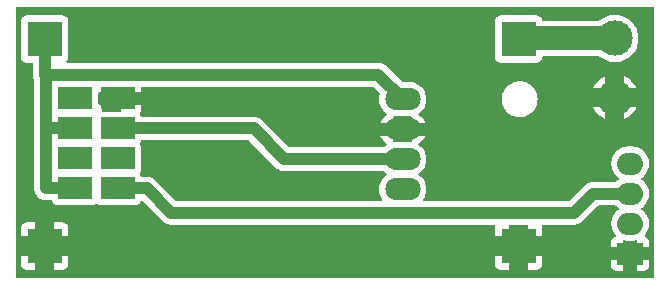
<source format=gtl>
G04 Layer: TopLayer*
G04 EasyEDA v6.5.38, 2023-11-23 17:22:46*
G04 1afb102ce3c94d729b8c5533a6be374a,15c74d7bfa284007874df21313af148a,10*
G04 Gerber Generator version 0.2*
G04 Scale: 100 percent, Rotated: No, Reflected: No *
G04 Dimensions in millimeters *
G04 leading zeros omitted , absolute positions ,4 integer and 5 decimal *
%FSLAX45Y45*%
%MOMM*%

%AMMACRO1*4,1,4,1.45,-0.9,-1.45,-0.9,-1.45,0.9,1.45,0.9,1.45,-0.9,0*%
%ADD10C,1.0000*%
%ADD11C,2.0000*%
%ADD12R,3.0000X3.0000*%
%ADD13R,2.2000X1.9000*%
%ADD14O,2.1999956000000003X1.8999962*%
%ADD15C,3.0000*%
%ADD16MACRO1*%
%ADD17O,2.999994X1.8999962*%
%ADD18O,0.0198X1.8999962*%

%LPD*%
G36*
X60655Y50495D02*
G01*
X56743Y51257D01*
X53492Y53492D01*
X51257Y56743D01*
X50495Y60655D01*
X50495Y2339390D01*
X51257Y2343302D01*
X53492Y2346553D01*
X56743Y2348788D01*
X60655Y2349550D01*
X5439308Y2349500D01*
X5443220Y2348738D01*
X5446522Y2346553D01*
X5448706Y2343251D01*
X5449468Y2339340D01*
X5449468Y60655D01*
X5448706Y56743D01*
X5446522Y53492D01*
X5443220Y51257D01*
X5439308Y50495D01*
G37*

%LPC*%
G36*
X5311343Y113487D02*
G01*
X5359552Y113487D01*
X5368747Y114300D01*
X5377230Y116585D01*
X5385206Y120294D01*
X5392420Y125374D01*
X5398617Y131572D01*
X5403697Y138785D01*
X5407406Y146761D01*
X5409692Y155244D01*
X5410454Y164439D01*
X5410454Y205130D01*
X5311343Y205130D01*
G37*
G36*
X5140401Y113487D02*
G01*
X5188610Y113487D01*
X5188610Y205130D01*
X5089499Y205130D01*
X5089499Y164439D01*
X5090312Y155244D01*
X5092547Y146761D01*
X5096306Y138785D01*
X5101336Y131572D01*
X5107533Y125374D01*
X5114747Y120294D01*
X5122722Y116585D01*
X5131206Y114300D01*
G37*
G36*
X374751Y123189D02*
G01*
X442925Y123189D01*
X452120Y124002D01*
X460654Y126288D01*
X468630Y129997D01*
X475792Y135026D01*
X482041Y141274D01*
X487070Y148488D01*
X490778Y156464D01*
X493064Y164947D01*
X493877Y174142D01*
X493877Y242366D01*
X374751Y242366D01*
G37*
G36*
X143814Y123189D02*
G01*
X212039Y123189D01*
X212039Y242366D01*
X92862Y242366D01*
X92862Y174142D01*
X93675Y164947D01*
X95961Y156464D01*
X99669Y148488D01*
X104749Y141274D01*
X110947Y135026D01*
X118160Y129997D01*
X126136Y126288D01*
X134620Y124002D01*
G37*
G36*
X4157014Y123189D02*
G01*
X4225239Y123189D01*
X4225239Y242366D01*
X4106062Y242366D01*
X4106062Y174142D01*
X4106875Y164947D01*
X4109161Y156464D01*
X4112869Y148488D01*
X4117949Y141274D01*
X4124147Y135026D01*
X4131360Y129997D01*
X4139336Y126288D01*
X4147820Y124002D01*
G37*
G36*
X4387951Y123189D02*
G01*
X4456125Y123189D01*
X4465320Y124002D01*
X4473854Y126288D01*
X4481830Y129997D01*
X4488992Y135026D01*
X4495241Y141274D01*
X4500270Y148488D01*
X4503978Y156464D01*
X4506264Y164947D01*
X4507077Y174142D01*
X4507077Y242366D01*
X4387951Y242366D01*
G37*
G36*
X5089499Y312826D02*
G01*
X5188610Y312826D01*
X5188610Y361696D01*
X5189321Y365353D01*
X5191302Y368554D01*
X5194300Y370789D01*
X5197856Y371805D01*
X5218684Y368452D01*
X5235244Y367487D01*
X5264708Y367487D01*
X5281269Y368452D01*
X5302097Y371805D01*
X5305704Y370789D01*
X5308650Y368554D01*
X5310632Y365353D01*
X5311343Y361696D01*
X5311343Y312826D01*
X5410454Y312826D01*
X5410454Y353568D01*
X5409692Y362762D01*
X5407406Y371246D01*
X5403697Y379222D01*
X5398617Y386435D01*
X5392420Y392633D01*
X5385206Y397713D01*
X5377484Y401269D01*
X5374436Y403504D01*
X5372404Y406654D01*
X5371642Y410311D01*
X5372303Y414020D01*
X5374233Y417271D01*
X5378704Y422300D01*
X5388152Y435609D01*
X5396026Y449884D01*
X5402275Y464972D01*
X5406796Y480618D01*
X5409539Y496722D01*
X5410454Y512978D01*
X5409539Y529285D01*
X5406796Y545388D01*
X5402275Y561035D01*
X5396026Y576122D01*
X5388152Y590397D01*
X5378704Y603707D01*
X5367832Y615848D01*
X5355691Y626719D01*
X5348681Y631698D01*
X5345988Y634492D01*
X5344566Y638098D01*
X5344566Y641908D01*
X5345988Y645515D01*
X5348681Y648309D01*
X5355691Y653237D01*
X5367832Y664108D01*
X5378704Y676300D01*
X5388152Y689610D01*
X5396026Y703884D01*
X5402275Y718972D01*
X5406796Y734618D01*
X5409539Y750722D01*
X5410454Y766978D01*
X5409539Y783285D01*
X5406796Y799388D01*
X5402275Y815035D01*
X5396026Y830122D01*
X5388152Y844397D01*
X5378704Y857707D01*
X5367832Y869848D01*
X5355691Y880719D01*
X5348681Y885698D01*
X5345988Y888492D01*
X5344566Y892098D01*
X5344566Y895908D01*
X5345988Y899515D01*
X5348681Y902309D01*
X5355691Y907237D01*
X5367832Y918108D01*
X5378704Y930300D01*
X5388152Y943610D01*
X5396026Y957884D01*
X5402275Y972972D01*
X5406796Y988618D01*
X5409539Y1004722D01*
X5410454Y1020978D01*
X5409539Y1037285D01*
X5406796Y1053388D01*
X5402275Y1069035D01*
X5396026Y1084122D01*
X5388152Y1098397D01*
X5378704Y1111707D01*
X5367832Y1123848D01*
X5355691Y1134719D01*
X5342382Y1144168D01*
X5328107Y1152093D01*
X5313019Y1158341D01*
X5297373Y1162812D01*
X5281269Y1165555D01*
X5264708Y1166520D01*
X5235244Y1166520D01*
X5218684Y1165555D01*
X5202631Y1162812D01*
X5186934Y1158341D01*
X5171846Y1152093D01*
X5157571Y1144168D01*
X5144262Y1134719D01*
X5132120Y1123848D01*
X5121249Y1111707D01*
X5111800Y1098397D01*
X5103926Y1084122D01*
X5097678Y1069035D01*
X5093157Y1053388D01*
X5090414Y1037285D01*
X5089499Y1020978D01*
X5090414Y1004722D01*
X5093157Y988618D01*
X5097678Y972972D01*
X5103926Y957884D01*
X5111800Y943610D01*
X5121249Y930300D01*
X5132120Y918108D01*
X5144262Y907237D01*
X5151272Y902309D01*
X5153964Y899515D01*
X5155387Y895908D01*
X5155387Y892098D01*
X5153964Y888492D01*
X5151272Y885698D01*
X5144262Y880719D01*
X5132425Y870153D01*
X5129276Y868222D01*
X5125669Y867562D01*
X4937353Y867562D01*
X4923891Y866698D01*
X4910988Y864108D01*
X4898542Y859891D01*
X4886756Y854100D01*
X4875834Y846785D01*
X4865725Y837895D01*
X4734763Y706983D01*
X4731461Y704748D01*
X4727600Y703986D01*
X3505809Y703986D01*
X3501491Y704951D01*
X3497986Y707644D01*
X3495954Y711555D01*
X3495801Y715975D01*
X3497478Y720039D01*
X3502151Y726592D01*
X3510026Y740867D01*
X3516274Y755954D01*
X3520795Y771652D01*
X3523538Y787704D01*
X3524453Y804011D01*
X3523538Y820267D01*
X3520795Y836371D01*
X3516274Y852068D01*
X3510026Y867105D01*
X3502151Y881380D01*
X3492703Y894689D01*
X3481832Y906881D01*
X3469690Y917752D01*
X3462680Y922731D01*
X3459987Y925474D01*
X3458565Y929081D01*
X3458565Y932942D01*
X3459987Y936498D01*
X3462680Y939292D01*
X3469690Y944270D01*
X3481832Y955141D01*
X3492703Y967282D01*
X3502151Y980592D01*
X3510026Y994867D01*
X3516274Y1009954D01*
X3520795Y1025652D01*
X3523538Y1041704D01*
X3524453Y1058011D01*
X3523538Y1074267D01*
X3520795Y1090371D01*
X3516274Y1106068D01*
X3510026Y1121105D01*
X3502151Y1135380D01*
X3492703Y1148689D01*
X3481832Y1160881D01*
X3469690Y1171752D01*
X3462680Y1176731D01*
X3459987Y1179474D01*
X3458565Y1183081D01*
X3458565Y1186942D01*
X3459987Y1190498D01*
X3462680Y1193292D01*
X3469690Y1198270D01*
X3481832Y1209141D01*
X3492703Y1221282D01*
X3502151Y1234592D01*
X3510026Y1248867D01*
X3513886Y1258163D01*
X3405327Y1258163D01*
X3405327Y1212748D01*
X3404514Y1208735D01*
X3402126Y1205382D01*
X3398672Y1203198D01*
X3394608Y1202588D01*
X3378708Y1203502D01*
X3269284Y1203502D01*
X3253333Y1202588D01*
X3249320Y1203198D01*
X3245815Y1205382D01*
X3243478Y1208735D01*
X3242614Y1212748D01*
X3242614Y1258163D01*
X3134055Y1258163D01*
X3137916Y1248867D01*
X3145790Y1234592D01*
X3155238Y1221282D01*
X3166110Y1209141D01*
X3178251Y1198270D01*
X3185261Y1193292D01*
X3187954Y1190498D01*
X3189376Y1186942D01*
X3189376Y1183081D01*
X3187954Y1179474D01*
X3185261Y1176731D01*
X3178251Y1171752D01*
X3166364Y1161084D01*
X3163214Y1159154D01*
X3159607Y1158494D01*
X2369667Y1158494D01*
X2365806Y1159256D01*
X2362504Y1161491D01*
X2135174Y1388821D01*
X2125014Y1397711D01*
X2114092Y1405026D01*
X2102307Y1410817D01*
X2089861Y1415034D01*
X2076957Y1417624D01*
X2063546Y1418488D01*
X1116990Y1418488D01*
X1113231Y1419199D01*
X1110030Y1421282D01*
X1107795Y1424381D01*
X1103680Y1433220D01*
X1099515Y1439164D01*
X1097889Y1442923D01*
X1097889Y1447038D01*
X1099515Y1450848D01*
X1103680Y1456791D01*
X1107389Y1464767D01*
X1109675Y1473250D01*
X1110488Y1482445D01*
X1110488Y1520647D01*
X938834Y1520647D01*
X938834Y1468678D01*
X938072Y1464767D01*
X935837Y1461465D01*
X932535Y1459280D01*
X928674Y1458518D01*
X791311Y1458518D01*
X787400Y1459280D01*
X784098Y1461465D01*
X781913Y1464767D01*
X781151Y1468678D01*
X781151Y1520647D01*
X756615Y1520647D01*
X752754Y1521409D01*
X749452Y1523644D01*
X747268Y1526946D01*
X746455Y1530807D01*
X746455Y1613204D01*
X747268Y1617065D01*
X749452Y1620367D01*
X752754Y1622552D01*
X756615Y1623364D01*
X781151Y1623364D01*
X781151Y1662684D01*
X781913Y1666544D01*
X784098Y1669846D01*
X787400Y1672082D01*
X791311Y1672843D01*
X928674Y1672843D01*
X932535Y1672082D01*
X935837Y1669846D01*
X938072Y1666544D01*
X938834Y1662684D01*
X938834Y1623364D01*
X1110488Y1623364D01*
X1110437Y1661769D01*
X1110945Y1665935D01*
X1113078Y1669542D01*
X1116482Y1671980D01*
X1120597Y1672843D01*
X3070809Y1672843D01*
X3074720Y1672082D01*
X3078022Y1669846D01*
X3127908Y1619961D01*
X3129940Y1617014D01*
X3130854Y1613509D01*
X3130499Y1609953D01*
X3127146Y1598371D01*
X3124403Y1582267D01*
X3123488Y1566011D01*
X3124403Y1549704D01*
X3127146Y1533652D01*
X3131667Y1517954D01*
X3137916Y1502867D01*
X3145790Y1488592D01*
X3155238Y1475282D01*
X3166110Y1463141D01*
X3178251Y1452270D01*
X3185261Y1447292D01*
X3187954Y1444498D01*
X3189376Y1440942D01*
X3189376Y1437081D01*
X3187954Y1433474D01*
X3185261Y1430731D01*
X3178251Y1425752D01*
X3166110Y1414881D01*
X3155238Y1402689D01*
X3145790Y1389380D01*
X3137916Y1375105D01*
X3134055Y1365859D01*
X3242614Y1365859D01*
X3242614Y1411274D01*
X3243478Y1415288D01*
X3245815Y1418640D01*
X3249320Y1420774D01*
X3253333Y1421384D01*
X3269284Y1420520D01*
X3378708Y1420520D01*
X3394608Y1421384D01*
X3398672Y1420774D01*
X3402126Y1418640D01*
X3404514Y1415288D01*
X3405327Y1411274D01*
X3405327Y1365859D01*
X3513886Y1365859D01*
X3510026Y1375105D01*
X3502151Y1389380D01*
X3492703Y1402689D01*
X3481832Y1414881D01*
X3469690Y1425752D01*
X3462680Y1430731D01*
X3459987Y1433474D01*
X3458565Y1437081D01*
X3458565Y1440942D01*
X3459987Y1444498D01*
X3462680Y1447292D01*
X3469690Y1452270D01*
X3481832Y1463141D01*
X3492703Y1475282D01*
X3502151Y1488592D01*
X3510026Y1502867D01*
X3516274Y1517954D01*
X3520795Y1533652D01*
X3523538Y1549704D01*
X3524453Y1566011D01*
X3523538Y1582267D01*
X3520795Y1598371D01*
X3516274Y1614068D01*
X3510026Y1629105D01*
X3502151Y1643380D01*
X3492703Y1656689D01*
X3481832Y1668881D01*
X3469690Y1679752D01*
X3456381Y1689201D01*
X3442106Y1697075D01*
X3427018Y1703324D01*
X3411372Y1707845D01*
X3395268Y1710588D01*
X3378708Y1711502D01*
X3324809Y1711502D01*
X3320948Y1712264D01*
X3317646Y1714449D01*
X3187954Y1844141D01*
X3177844Y1853031D01*
X3166872Y1860346D01*
X3155086Y1866138D01*
X3142640Y1870354D01*
X3129788Y1872945D01*
X3116326Y1873808D01*
X486511Y1873808D01*
X482600Y1874570D01*
X479348Y1876806D01*
X477113Y1880107D01*
X476351Y1883968D01*
X477113Y1887880D01*
X479348Y1891182D01*
X482041Y1893874D01*
X487070Y1901088D01*
X490778Y1909064D01*
X493064Y1917547D01*
X493877Y1926742D01*
X493877Y2225852D01*
X493064Y2235047D01*
X490778Y2243582D01*
X487070Y2251506D01*
X482041Y2258720D01*
X475792Y2264968D01*
X468630Y2269998D01*
X460654Y2273706D01*
X452120Y2275992D01*
X442925Y2276805D01*
X143814Y2276805D01*
X134620Y2275992D01*
X126136Y2273706D01*
X118160Y2269998D01*
X110947Y2264968D01*
X104749Y2258720D01*
X99669Y2251506D01*
X95961Y2243582D01*
X93675Y2235047D01*
X92862Y2225852D01*
X92862Y1926742D01*
X93675Y1917547D01*
X95961Y1909064D01*
X99669Y1901088D01*
X104749Y1893874D01*
X110947Y1887626D01*
X118160Y1882597D01*
X126136Y1878888D01*
X134620Y1876602D01*
X143814Y1875789D01*
X182727Y1875789D01*
X186588Y1875028D01*
X189890Y1872843D01*
X192125Y1869541D01*
X192887Y1865630D01*
X192887Y1773783D01*
X193751Y1760321D01*
X196342Y1747418D01*
X200558Y1734972D01*
X204216Y1727504D01*
X205282Y1723034D01*
X205282Y810463D01*
X206146Y797001D01*
X208737Y784148D01*
X212953Y771702D01*
X218744Y759917D01*
X226060Y748944D01*
X234746Y739089D01*
X244754Y730300D01*
X255676Y722985D01*
X267462Y717194D01*
X279908Y712978D01*
X292760Y710387D01*
X306222Y709523D01*
X348945Y709523D01*
X352704Y708812D01*
X355955Y706729D01*
X358190Y703630D01*
X362305Y694740D01*
X367334Y687578D01*
X373532Y681329D01*
X380746Y676300D01*
X388721Y672592D01*
X397205Y670306D01*
X406400Y669493D01*
X695553Y669493D01*
X704748Y670306D01*
X713232Y672592D01*
X721207Y676300D01*
X727151Y680466D01*
X730910Y682091D01*
X735025Y682091D01*
X738784Y680466D01*
X744728Y676300D01*
X752703Y672592D01*
X761238Y670306D01*
X770432Y669493D01*
X1059535Y669493D01*
X1068730Y670306D01*
X1077214Y672592D01*
X1085189Y676300D01*
X1092403Y681329D01*
X1098651Y687578D01*
X1103680Y694791D01*
X1106932Y701700D01*
X1109167Y704850D01*
X1112469Y706882D01*
X1116279Y707593D01*
X1120089Y706780D01*
X1123289Y704596D01*
X1295247Y532688D01*
X1305356Y523798D01*
X1316278Y516483D01*
X1328064Y510692D01*
X1340510Y506476D01*
X1353413Y503885D01*
X1366875Y503021D01*
X4099153Y503021D01*
X4102811Y502310D01*
X4105960Y500380D01*
X4108196Y497484D01*
X4109262Y493928D01*
X4108958Y490220D01*
X4106875Y482447D01*
X4106062Y473252D01*
X4106062Y405028D01*
X4225239Y405028D01*
X4225239Y492861D01*
X4226001Y496722D01*
X4228185Y500024D01*
X4231487Y502259D01*
X4235399Y503021D01*
X4377791Y503021D01*
X4381652Y502259D01*
X4384954Y500024D01*
X4387138Y496722D01*
X4387951Y492861D01*
X4387951Y405028D01*
X4507077Y405028D01*
X4507077Y473252D01*
X4506264Y482447D01*
X4504182Y490220D01*
X4503877Y493928D01*
X4504944Y497484D01*
X4507179Y500380D01*
X4510379Y502310D01*
X4513986Y503021D01*
X4773066Y503021D01*
X4786528Y503885D01*
X4799431Y506476D01*
X4811877Y510692D01*
X4823663Y516483D01*
X4834585Y523798D01*
X4844694Y532688D01*
X4975656Y663600D01*
X4978958Y665835D01*
X4982819Y666597D01*
X5125466Y666597D01*
X5129123Y665937D01*
X5132273Y664006D01*
X5144262Y653237D01*
X5151272Y648309D01*
X5153964Y645515D01*
X5155387Y641908D01*
X5155387Y638098D01*
X5153964Y634492D01*
X5151272Y631698D01*
X5144262Y626719D01*
X5132120Y615848D01*
X5121249Y603707D01*
X5111800Y590397D01*
X5103926Y576122D01*
X5097678Y561035D01*
X5093157Y545388D01*
X5090414Y529285D01*
X5089499Y512978D01*
X5090414Y496722D01*
X5093157Y480618D01*
X5097678Y464972D01*
X5103926Y449884D01*
X5111800Y435609D01*
X5121249Y422300D01*
X5125720Y417271D01*
X5127701Y414020D01*
X5128310Y410311D01*
X5127548Y406654D01*
X5125516Y403504D01*
X5122468Y401269D01*
X5114747Y397713D01*
X5107533Y392633D01*
X5101336Y386435D01*
X5096306Y379222D01*
X5092547Y371246D01*
X5090312Y362762D01*
X5089499Y353568D01*
G37*
G36*
X374751Y405028D02*
G01*
X493877Y405028D01*
X493877Y473252D01*
X493064Y482447D01*
X490778Y490982D01*
X487070Y498906D01*
X482041Y506120D01*
X475792Y512368D01*
X468630Y517398D01*
X460654Y521106D01*
X452120Y523392D01*
X442925Y524205D01*
X374751Y524205D01*
G37*
G36*
X92862Y405028D02*
G01*
X212039Y405028D01*
X212039Y524205D01*
X143814Y524205D01*
X134620Y523392D01*
X126136Y521106D01*
X118160Y517398D01*
X110947Y512368D01*
X104749Y506120D01*
X99669Y498906D01*
X95961Y490982D01*
X93675Y482447D01*
X92862Y473252D01*
G37*
G36*
X5038648Y1396542D02*
G01*
X5038648Y1498193D01*
X4936947Y1498193D01*
X4943144Y1485036D01*
X4953304Y1468170D01*
X4964988Y1452372D01*
X4978196Y1437792D01*
X4992776Y1424584D01*
X5008575Y1412849D01*
X5025491Y1402740D01*
G37*
G36*
X5201310Y1396542D02*
G01*
X5214467Y1402740D01*
X5231384Y1412849D01*
X5247182Y1424584D01*
X5261762Y1437792D01*
X5274970Y1452372D01*
X5286654Y1468170D01*
X5296814Y1485036D01*
X5303012Y1498193D01*
X5201310Y1498193D01*
G37*
G36*
X4318762Y1413967D02*
G01*
X4335475Y1415389D01*
X4351883Y1418590D01*
X4367885Y1423568D01*
X4383227Y1430324D01*
X4397756Y1438706D01*
X4411268Y1448612D01*
X4423562Y1459992D01*
X4434586Y1472590D01*
X4444136Y1486357D01*
X4452112Y1501089D01*
X4458411Y1516634D01*
X4462983Y1532737D01*
X4465726Y1549298D01*
X4466640Y1566011D01*
X4465726Y1582724D01*
X4462983Y1599285D01*
X4458411Y1615389D01*
X4452112Y1630933D01*
X4444136Y1645666D01*
X4434586Y1659432D01*
X4423562Y1672031D01*
X4411268Y1683410D01*
X4397756Y1693316D01*
X4383227Y1701698D01*
X4367885Y1708454D01*
X4351883Y1713433D01*
X4335475Y1716633D01*
X4318762Y1718056D01*
X4301998Y1717548D01*
X4285437Y1715262D01*
X4269181Y1711147D01*
X4253484Y1705305D01*
X4238548Y1697736D01*
X4224528Y1688541D01*
X4211574Y1677924D01*
X4199890Y1665884D01*
X4189577Y1652676D01*
X4180840Y1638401D01*
X4173677Y1623263D01*
X4168241Y1607413D01*
X4164584Y1591056D01*
X4162704Y1574393D01*
X4162704Y1557629D01*
X4164584Y1540967D01*
X4168241Y1524609D01*
X4173677Y1508760D01*
X4180840Y1493621D01*
X4189577Y1479346D01*
X4199890Y1466138D01*
X4211574Y1454099D01*
X4224528Y1443482D01*
X4238548Y1434287D01*
X4253484Y1426718D01*
X4269181Y1420876D01*
X4285437Y1416761D01*
X4301998Y1414475D01*
G37*
G36*
X4936947Y1660906D02*
G01*
X5038648Y1660906D01*
X5038648Y1762607D01*
X5025491Y1756359D01*
X5008575Y1746250D01*
X4992776Y1734515D01*
X4978196Y1721307D01*
X4964988Y1706727D01*
X4953304Y1690928D01*
X4943144Y1674063D01*
G37*
G36*
X5201310Y1660906D02*
G01*
X5303012Y1660906D01*
X5296814Y1674063D01*
X5286654Y1690928D01*
X5274970Y1706727D01*
X5261762Y1721307D01*
X5247182Y1734515D01*
X5231384Y1746250D01*
X5214467Y1756359D01*
X5201310Y1762607D01*
G37*
G36*
X4157014Y1875789D02*
G01*
X4456125Y1875789D01*
X4465320Y1876602D01*
X4473854Y1878888D01*
X4481830Y1882597D01*
X4488992Y1887626D01*
X4495241Y1893874D01*
X4500270Y1901088D01*
X4503978Y1909064D01*
X4506264Y1917547D01*
X4506518Y1920646D01*
X4507534Y1924253D01*
X4509820Y1927250D01*
X4512970Y1929231D01*
X4516678Y1929942D01*
X4983937Y1929942D01*
X4987594Y1929282D01*
X4990744Y1927301D01*
X4992776Y1925472D01*
X5008575Y1913737D01*
X5025491Y1903628D01*
X5043271Y1895246D01*
X5061762Y1888591D01*
X5080863Y1883816D01*
X5100320Y1880920D01*
X5119979Y1879955D01*
X5139639Y1880920D01*
X5159095Y1883816D01*
X5178196Y1888591D01*
X5196687Y1895246D01*
X5214467Y1903628D01*
X5231384Y1913737D01*
X5247182Y1925472D01*
X5261762Y1938680D01*
X5274970Y1953260D01*
X5286654Y1969058D01*
X5296814Y1985924D01*
X5305196Y2003704D01*
X5311851Y2022246D01*
X5316626Y2041347D01*
X5319522Y2060803D01*
X5320487Y2080463D01*
X5319522Y2100072D01*
X5316626Y2119579D01*
X5311851Y2138629D01*
X5305196Y2157171D01*
X5296814Y2174951D01*
X5286654Y2191816D01*
X5274970Y2207615D01*
X5261762Y2222195D01*
X5247182Y2235403D01*
X5231384Y2247138D01*
X5214467Y2257247D01*
X5196687Y2265680D01*
X5178196Y2272284D01*
X5159095Y2277059D01*
X5139639Y2279954D01*
X5119979Y2280920D01*
X5100320Y2279954D01*
X5080863Y2277059D01*
X5061762Y2272284D01*
X5043271Y2265680D01*
X5025491Y2257247D01*
X5008575Y2247138D01*
X4992776Y2235403D01*
X4990744Y2233574D01*
X4987594Y2231593D01*
X4983937Y2230932D01*
X4515154Y2230932D01*
X4510887Y2231898D01*
X4507382Y2234539D01*
X4505350Y2238451D01*
X4503978Y2243582D01*
X4500270Y2251506D01*
X4495241Y2258720D01*
X4488992Y2264968D01*
X4481830Y2269998D01*
X4473854Y2273706D01*
X4465320Y2275992D01*
X4456125Y2276805D01*
X4157014Y2276805D01*
X4147820Y2275992D01*
X4139336Y2273706D01*
X4131360Y2269998D01*
X4124147Y2264968D01*
X4117949Y2258720D01*
X4112869Y2251506D01*
X4109161Y2243582D01*
X4106875Y2235047D01*
X4106062Y2225852D01*
X4106062Y1926742D01*
X4106875Y1917547D01*
X4109161Y1909064D01*
X4112869Y1901088D01*
X4117949Y1893874D01*
X4124147Y1887626D01*
X4131360Y1882597D01*
X4139336Y1878888D01*
X4147820Y1876602D01*
G37*

%LPD*%
G36*
X1412341Y703986D02*
G01*
X1408480Y704748D01*
X1405178Y706983D01*
X1231544Y880618D01*
X1221181Y889711D01*
X1210259Y897026D01*
X1198473Y902817D01*
X1186027Y907034D01*
X1173175Y909624D01*
X1159713Y910488D01*
X1116990Y910488D01*
X1113231Y911199D01*
X1110030Y913282D01*
X1107795Y916381D01*
X1103680Y925220D01*
X1099515Y931164D01*
X1097889Y934923D01*
X1097889Y939037D01*
X1099515Y942848D01*
X1103680Y948791D01*
X1107389Y956767D01*
X1109675Y965250D01*
X1110488Y974445D01*
X1110488Y1153566D01*
X1109675Y1162761D01*
X1107389Y1171244D01*
X1103680Y1179220D01*
X1099515Y1185164D01*
X1097889Y1188923D01*
X1097889Y1193038D01*
X1099515Y1196848D01*
X1103680Y1202740D01*
X1107795Y1211630D01*
X1110030Y1214729D01*
X1113231Y1216812D01*
X1116990Y1217523D01*
X2018030Y1217523D01*
X2021890Y1216761D01*
X2025192Y1214526D01*
X2252573Y987196D01*
X2262682Y978306D01*
X2273604Y970991D01*
X2285390Y965200D01*
X2297836Y960983D01*
X2310739Y958392D01*
X2324201Y957529D01*
X3159556Y957529D01*
X3163163Y956868D01*
X3166313Y954938D01*
X3178251Y944270D01*
X3185261Y939292D01*
X3187954Y936498D01*
X3189376Y932942D01*
X3189376Y929081D01*
X3187954Y925474D01*
X3185261Y922731D01*
X3178251Y917752D01*
X3166110Y906881D01*
X3155238Y894689D01*
X3145790Y881380D01*
X3137916Y867105D01*
X3131667Y852068D01*
X3127146Y836371D01*
X3124403Y820267D01*
X3123488Y804011D01*
X3124403Y787704D01*
X3127146Y771652D01*
X3131667Y755954D01*
X3137916Y740867D01*
X3145790Y726592D01*
X3150463Y720039D01*
X3152190Y715975D01*
X3151987Y711555D01*
X3149955Y707644D01*
X3146450Y704951D01*
X3142183Y703986D01*
G37*

%LPD*%
D10*
X293392Y2076195D02*
G01*
X293392Y1773428D01*
X305838Y1773428D01*
X606018Y810005D02*
G01*
X305917Y810005D01*
X305917Y810005D02*
G01*
X305790Y810132D01*
X305790Y1317879D01*
X305917Y1318005D01*
X305790Y1773326D02*
G01*
X305790Y1318132D01*
X305917Y1318005D01*
X3323996Y1566011D02*
G01*
X3116681Y1773326D01*
X305790Y1773326D01*
X606018Y1318005D02*
G01*
X305917Y1318005D01*
X860018Y810005D02*
G01*
X1160068Y810005D01*
X3323996Y1058011D02*
G01*
X2323871Y1058011D01*
X2063876Y1318005D01*
X860018Y1318005D01*
D11*
X5120027Y2080437D02*
G01*
X4310733Y2080437D01*
X4306590Y2076295D01*
D10*
X1160040Y810005D02*
G01*
X1366542Y603504D01*
X4773444Y603504D01*
X4937020Y767079D01*
X5249948Y767079D01*
D12*
G01*
X4306592Y323697D03*
G01*
X4306592Y2076297D03*
G01*
X293392Y323697D03*
G01*
X293392Y2076297D03*
D13*
G01*
X5249999Y259003D03*
D14*
G01*
X5249999Y513003D03*
G01*
X5249999Y767003D03*
G01*
X5249999Y1021003D03*
D15*
G01*
X5120027Y2080437D03*
G01*
X5120027Y1579549D03*
D16*
G01*
X915000Y810000D03*
G01*
X915000Y1064000D03*
G01*
X915000Y1318000D03*
G01*
X915000Y1572000D03*
G01*
X551000Y1572000D03*
G01*
X551000Y1318000D03*
G01*
X551000Y1064000D03*
G01*
X551000Y810000D03*
D17*
G01*
X3323993Y804011D03*
G01*
X3323993Y1058011D03*
G01*
X3323993Y1312011D03*
G01*
X3323993Y1566011D03*
M02*

</source>
